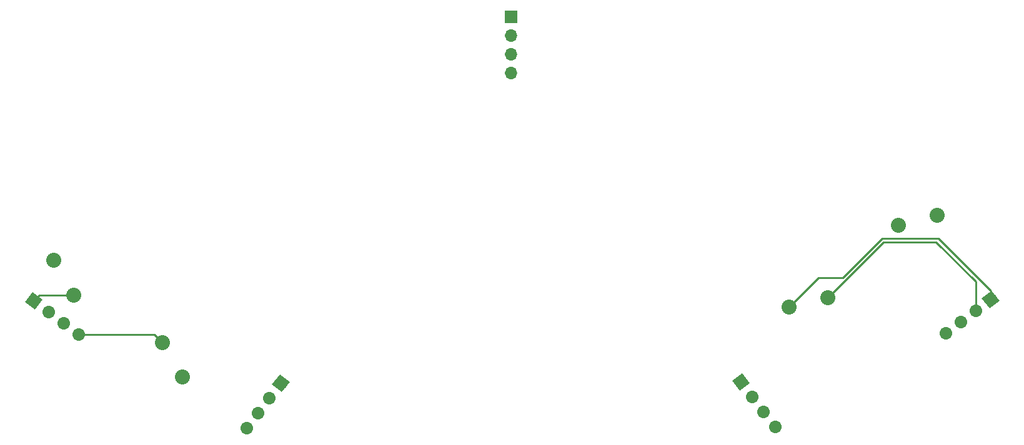
<source format=gbr>
G04 #@! TF.GenerationSoftware,KiCad,Pcbnew,(5.1.4)-1*
G04 #@! TF.CreationDate,2023-03-14T14:53:53-04:00*
G04 #@! TF.ProjectId,ThumbsUp,5468756d-6273-4557-902e-6b696361645f,rev?*
G04 #@! TF.SameCoordinates,Original*
G04 #@! TF.FileFunction,Copper,L1,Top*
G04 #@! TF.FilePolarity,Positive*
%FSLAX46Y46*%
G04 Gerber Fmt 4.6, Leading zero omitted, Abs format (unit mm)*
G04 Created by KiCad (PCBNEW (5.1.4)-1) date 2023-03-14 14:53:53*
%MOMM*%
%LPD*%
G04 APERTURE LIST*
%ADD10C,2.032000*%
%ADD11C,1.700000*%
%ADD12C,1.700000*%
%ADD13C,0.100000*%
%ADD14R,1.700000X1.700000*%
%ADD15O,1.700000X1.700000*%
%ADD16C,0.254000*%
%ADD17C,0.250000*%
G04 APERTURE END LIST*
D10*
X202589079Y-77433111D03*
X207846068Y-76101171D03*
X187814322Y-88566689D03*
X193071311Y-87234749D03*
D11*
X91492618Y-92251511D03*
D12*
X91492618Y-92251511D02*
X91492618Y-92251511D01*
D11*
X89464083Y-90722901D03*
D12*
X89464083Y-90722901D02*
X89464083Y-90722901D01*
D11*
X87435549Y-89194291D03*
D12*
X87435549Y-89194291D02*
X87435549Y-89194291D01*
D11*
X85407015Y-87665681D03*
D13*
G36*
X85574312Y-88856064D02*
G01*
X84216632Y-87832978D01*
X85239718Y-86475298D01*
X86597398Y-87498384D01*
X85574312Y-88856064D01*
X85574312Y-88856064D01*
G37*
D11*
X209015141Y-92097906D03*
D12*
X209015141Y-92097906D02*
X209015141Y-92097906D01*
D11*
X211043676Y-90569296D03*
D12*
X211043676Y-90569296D02*
X211043676Y-90569296D01*
D11*
X213072210Y-89040686D03*
D12*
X213072210Y-89040686D02*
X213072210Y-89040686D01*
D11*
X215100744Y-87512076D03*
D13*
G36*
X213910361Y-87344779D02*
G01*
X215268041Y-86321693D01*
X216291127Y-87679373D01*
X214933447Y-88702459D01*
X213910361Y-87344779D01*
X213910361Y-87344779D01*
G37*
D10*
X105606555Y-98023190D03*
X102877189Y-93336980D03*
X90831798Y-86889613D03*
X88102432Y-82203403D03*
D14*
X150158765Y-49138249D03*
D15*
X150158765Y-51678249D03*
X150158765Y-54218249D03*
X150158765Y-56758249D03*
D11*
X185893643Y-104762834D03*
D12*
X185893643Y-104762834D02*
X185893643Y-104762834D01*
D11*
X184365033Y-102734299D03*
D12*
X184365033Y-102734299D02*
X184365033Y-102734299D01*
D11*
X182836423Y-100705765D03*
D12*
X182836423Y-100705765D02*
X182836423Y-100705765D01*
D11*
X181307813Y-98677231D03*
D13*
G36*
X181140516Y-99867614D02*
G01*
X180117430Y-98509934D01*
X181475110Y-97486848D01*
X182498196Y-98844528D01*
X181140516Y-99867614D01*
X181140516Y-99867614D01*
G37*
D11*
X114334284Y-104961436D03*
D12*
X114334284Y-104961436D02*
X114334284Y-104961436D01*
D11*
X115862894Y-102932901D03*
D12*
X115862894Y-102932901D02*
X115862894Y-102932901D01*
D11*
X117391504Y-100904367D03*
D12*
X117391504Y-100904367D02*
X117391504Y-100904367D01*
D11*
X118920114Y-98875833D03*
D13*
G36*
X117729731Y-99043130D02*
G01*
X118752817Y-97685450D01*
X120110497Y-98708536D01*
X119087411Y-100066216D01*
X117729731Y-99043130D01*
X117729731Y-99043130D01*
G37*
D16*
X101791720Y-92251511D02*
X102877189Y-93336980D01*
X91492618Y-92251511D02*
X101791720Y-92251511D01*
D17*
X89464083Y-90722901D02*
X89050000Y-90308818D01*
D16*
X86183083Y-86889613D02*
X90831798Y-86889613D01*
X85407015Y-87665681D02*
X86183083Y-86889613D01*
X213072210Y-85056210D02*
X207718011Y-79702011D01*
X194087310Y-86218750D02*
X193071311Y-87234749D01*
X213072210Y-89040686D02*
X213072210Y-85056210D01*
X200604049Y-79702011D02*
X194087310Y-86218750D01*
X207718011Y-79702011D02*
X200604049Y-79702011D01*
X191799011Y-84582000D02*
X187814322Y-88566689D01*
X195081992Y-84582000D02*
X191799011Y-84582000D01*
X200415992Y-79248000D02*
X195081992Y-84582000D01*
X208000983Y-79248000D02*
X200415992Y-79248000D01*
X215100744Y-86347761D02*
X208000983Y-79248000D01*
X215100744Y-87512076D02*
X215100744Y-86347761D01*
M02*

</source>
